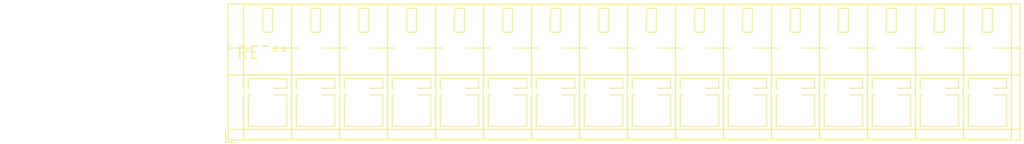
<source format=kicad_pcb>
(kicad_pcb (version 20240108) (generator pcbnew)
  (layers (0 "F.Cu" signal) (31 "B.Cu" signal) (34 "B.Paste" user) (35 "F.Paste" user) (36 "B.SilkS" user "B.Silkscreen") (37 "F.SilkS" user "F.Silkscreen") (38 "B.Mask" user) (39 "F.Mask" user) (44 "Edge.Cuts" user))
  (net 0 "")
  (footprint "TerminalBlock_WAGO_236-416_1x16_P5.00mm_45Degree" (layer "F.Cu") (at 0 0)
    (property "Reference" "REF**")
    (property "Value" "TerminalBlock_WAGO_236-416_1x16_P5.00mm_45Degree")
    (fp_line (start -3.86 8.12) (end -3.86 9.36) (layer "F.SilkS") (stroke (width 0.12)))
    (fp_line (start -3.86 9.36) (end -2.86 9.36) (layer "F.SilkS") (stroke (width 0.12)))
    (fp_line (start -3.62 -5.12) (end -3.62 9.12) (layer "F.SilkS") (stroke (width 0.12)))
    (fp_line (start -3.62 -5.12) (end 78.92 -5.12) (layer "F.SilkS") (stroke (width 0.12)))
    (fp_line (start -3.62 -0.5) (end -1.23 -0.5) (layer "F.SilkS") (stroke (width 0.12)))
    (fp_line (start -3.62 2.3) (end 78.92 2.3) (layer "F.SilkS") (stroke (width 0.12)))
    (fp_line (start -3.62 8) (end 78.92 8) (layer "F.SilkS") (stroke (width 0.12)))
    (fp_line (start -3.62 9.12) (end 78.92 9.12) (layer "F.SilkS") (stroke (width 0.12)))
    (fp_line (start -2 -5) (end -2 9) (layer "F.SilkS") (stroke (width 0.12)))
    (fp_line (start -2 -5) (end 3 -5) (layer "F.SilkS") (stroke (width 0.12)))
    (fp_line (start -2 9) (end 3 9) (layer "F.SilkS") (stroke (width 0.12)))
    (fp_line (start -1.5 2.7) (end -1.5 3.7) (layer "F.SilkS") (stroke (width 0.12)))
    (fp_line (start -1.5 2.7) (end 2.5 2.7) (layer "F.SilkS") (stroke (width 0.12)))
    (fp_line (start -1.5 3.7) (end -1.23 3.7) (layer "F.SilkS") (stroke (width 0.12)))
    (fp_line (start -1.5 4.4) (end -1.5 7.7) (layer "F.SilkS") (stroke (width 0.12)))
    (fp_line (start -1.5 4.4) (end -1.23 4.4) (layer "F.SilkS") (stroke (width 0.12)))
    (fp_line (start -1.5 7.7) (end 2.5 7.7) (layer "F.SilkS") (stroke (width 0.12)))
    (fp_line (start 0 -4.65) (end 0 -2.151) (layer "F.SilkS") (stroke (width 0.12)))
    (fp_line (start 0 -4.65) (end 1 -4.65) (layer "F.SilkS") (stroke (width 0.12)))
    (fp_line (start 0 -2.151) (end 1 -2.151) (layer "F.SilkS") (stroke (width 0.12)))
    (fp_line (start 1 -4.65) (end 1 -2.151) (layer "F.SilkS") (stroke (width 0.12)))
    (fp_line (start 1.23 -0.5) (end 3.77 -0.5) (layer "F.SilkS") (stroke (width 0.12)))
    (fp_line (start 1.23 3.7) (end 2.5 3.7) (layer "F.SilkS") (stroke (width 0.12)))
    (fp_line (start 1.23 4.4) (end 2.5 4.4) (layer "F.SilkS") (stroke (width 0.12)))
    (fp_line (start 2.5 2.7) (end 2.5 3.7) (layer "F.SilkS") (stroke (width 0.12)))
    (fp_line (start 2.5 4.4) (end 2.5 7.7) (layer "F.SilkS") (stroke (width 0.12)))
    (fp_line (start 3 -5) (end 3 9) (layer "F.SilkS") (stroke (width 0.12)))
    (fp_line (start 3 -5) (end 3 9) (layer "F.SilkS") (stroke (width 0.12)))
    (fp_line (start 3 -5) (end 8 -5) (layer "F.SilkS") (stroke (width 0.12)))
    (fp_line (start 3 9) (end 8 9) (layer "F.SilkS") (stroke (width 0.12)))
    (fp_line (start 3.5 2.7) (end 3.5 3.7) (layer "F.SilkS") (stroke (width 0.12)))
    (fp_line (start 3.5 2.7) (end 7.5 2.7) (layer "F.SilkS") (stroke (width 0.12)))
    (fp_line (start 3.5 3.7) (end 3.77 3.7) (layer "F.SilkS") (stroke (width 0.12)))
    (fp_line (start 3.5 4.4) (end 3.5 7.7) (layer "F.SilkS") (stroke (width 0.12)))
    (fp_line (start 3.5 4.4) (end 3.77 4.4) (layer "F.SilkS") (stroke (width 0.12)))
    (fp_line (start 3.5 7.7) (end 7.5 7.7) (layer "F.SilkS") (stroke (width 0.12)))
    (fp_line (start 5 -4.65) (end 5 -2.151) (layer "F.SilkS") (stroke (width 0.12)))
    (fp_line (start 5 -4.65) (end 6 -4.65) (layer "F.SilkS") (stroke (width 0.12)))
    (fp_line (start 5 -2.151) (end 6 -2.151) (layer "F.SilkS") (stroke (width 0.12)))
    (fp_line (start 6 -4.65) (end 6 -2.151) (layer "F.SilkS") (stroke (width 0.12)))
    (fp_line (start 6.23 -0.5) (end 8.77 -0.5) (layer "F.SilkS") (stroke (width 0.12)))
    (fp_line (start 6.23 3.7) (end 7.5 3.7) (layer "F.SilkS") (stroke (width 0.12)))
    (fp_line (start 6.23 4.4) (end 7.5 4.4) (layer "F.SilkS") (stroke (width 0.12)))
    (fp_line (start 7.5 2.7) (end 7.5 3.7) (layer "F.SilkS") (stroke (width 0.12)))
    (fp_line (start 7.5 4.4) (end 7.5 7.7) (layer "F.SilkS") (stroke (width 0.12)))
    (fp_line (start 8 -5) (end 8 9) (layer "F.SilkS") (stroke (width 0.12)))
    (fp_line (start 8 -5) (end 8 9) (layer "F.SilkS") (stroke (width 0.12)))
    (fp_line (start 8 -5) (end 13 -5) (layer "F.SilkS") (stroke (width 0.12)))
    (fp_line (start 8 9) (end 13 9) (layer "F.SilkS") (stroke (width 0.12)))
    (fp_line (start 8.5 2.7) (end 8.5 3.7) (layer "F.SilkS") (stroke (width 0.12)))
    (fp_line (start 8.5 2.7) (end 12.5 2.7) (layer "F.SilkS") (stroke (width 0.12)))
    (fp_line (start 8.5 3.7) (end 8.77 3.7) (layer "F.SilkS") (stroke (width 0.12)))
    (fp_line (start 8.5 4.4) (end 8.5 7.7) (layer "F.SilkS") (stroke (width 0.12)))
    (fp_line (start 8.5 4.4) (end 8.77 4.4) (layer "F.SilkS") (stroke (width 0.12)))
    (fp_line (start 8.5 7.7) (end 12.5 7.7) (layer "F.SilkS") (stroke (width 0.12)))
    (fp_line (start 10 -4.65) (end 10 -2.151) (layer "F.SilkS") (stroke (width 0.12)))
    (fp_line (start 10 -4.65) (end 11 -4.65) (layer "F.SilkS") (stroke (width 0.12)))
    (fp_line (start 10 -2.151) (end 11 -2.151) (layer "F.SilkS") (stroke (width 0.12)))
    (fp_line (start 11 -4.65) (end 11 -2.151) (layer "F.SilkS") (stroke (width 0.12)))
    (fp_line (start 11.23 -0.5) (end 13.77 -0.5) (layer "F.SilkS") (stroke (width 0.12)))
    (fp_line (start 11.23 3.7) (end 12.5 3.7) (layer "F.SilkS") (stroke (width 0.12)))
    (fp_line (start 11.23 4.4) (end 12.5 4.4) (layer "F.SilkS") (stroke (width 0.12)))
    (fp_line (start 12.5 2.7) (end 12.5 3.7) (layer "F.SilkS") (stroke (width 0.12)))
    (fp_line (start 12.5 4.4) (end 12.5 7.7) (layer "F.SilkS") (stroke (width 0.12)))
    (fp_line (start 13 -5) (end 13 9) (layer "F.SilkS") (stroke (width 0.12)))
    (fp_line (start 13 -5) (end 13 9) (layer "F.SilkS") (stroke (width 0.12)))
    (fp_line (start 13 -5) (end 18 -5) (layer "F.SilkS") (stroke (width 0.12)))
    (fp_line (start 13 9) (end 18 9) (layer "F.SilkS") (stroke (width 0.12)))
    (fp_line (start 13.5 2.7) (end 13.5 3.7) (layer "F.SilkS") (stroke (width 0.12)))
    (fp_line (start 13.5 2.7) (end 17.5 2.7) (layer "F.SilkS") (stroke (width 0.12)))
    (fp_line (start 13.5 3.7) (end 13.77 3.7) (layer "F.SilkS") (stroke (width 0.12)))
    (fp_line (start 13.5 4.4) (end 13.5 7.7) (layer "F.SilkS") (stroke (width 0.12)))
    (fp_line (start 13.5 4.4) (end 13.77 4.4) (layer "F.SilkS") (stroke (width 0.12)))
    (fp_line (start 13.5 7.7) (end 17.5 7.7) (layer "F.SilkS") (stroke (width 0.12)))
    (fp_line (start 15 -4.65) (end 15 -2.151) (layer "F.SilkS") (stroke (width 0.12)))
    (fp_line (start 15 -4.65) (end 16 -4.65) (layer "F.SilkS") (stroke (width 0.12)))
    (fp_line (start 15 -2.151) (end 16 -2.151) (layer "F.SilkS") (stroke (width 0.12)))
    (fp_line (start 16 -4.65) (end 16 -2.151) (layer "F.SilkS") (stroke (width 0.12)))
    (fp_line (start 16.23 -0.5) (end 18.77 -0.5) (layer "F.SilkS") (stroke (width 0.12)))
    (fp_line (start 16.23 3.7) (end 17.5 3.7) (layer "F.SilkS") (stroke (width 0.12)))
    (fp_line (start 16.23 4.4) (end 17.5 4.4) (layer "F.SilkS") (stroke (width 0.12)))
    (fp_line (start 17.5 2.7) (end 17.5 3.7) (layer "F.SilkS") (stroke (width 0.12)))
    (fp_line (start 17.5 4.4) (end 17.5 7.7) (layer "F.SilkS") (stroke (width 0.12)))
    (fp_line (start 18 -5) (end 18 9) (layer "F.SilkS") (stroke (width 0.12)))
    (fp_line (start 18 -5) (end 18 9) (layer "F.SilkS") (stroke (width 0.12)))
    (fp_line (start 18 -5) (end 23 -5) (layer "F.SilkS") (stroke (width 0.12)))
    (fp_line (start 18 9) (end 23 9) (layer "F.SilkS") (stroke (width 0.12)))
    (fp_line (start 18.5 2.7) (end 18.5 3.7) (layer "F.SilkS") (stroke (width 0.12)))
    (fp_line (start 18.5 2.7) (end 22.5 2.7) (layer "F.SilkS") (stroke (width 0.12)))
    (fp_line (start 18.5 3.7) (end 18.77 3.7) (layer "F.SilkS") (stroke (width 0.12)))
    (fp_line (start 18.5 4.4) (end 18.5 7.7) (layer "F.SilkS") (stroke (width 0.12)))
    (fp_line (start 18.5 4.4) (end 18.77 4.4) (layer "F.SilkS") (stroke (width 0.12)))
    (fp_line (start 18.5 7.7) (end 22.5 7.7) (layer "F.SilkS") (stroke (width 0.12)))
    (fp_line (start 20 -4.65) (end 20 -2.151) (layer "F.SilkS") (stroke (width 0.12)))
    (fp_line (start 20 -4.65) (end 21 -4.65) (layer "F.SilkS") (stroke (width 0.12)))
    (fp_line (start 20 -2.151) (end 21 -2.151) (layer "F.SilkS") (stroke (width 0.12)))
    (fp_line (start 21 -4.65) (end 21 -2.151) (layer "F.SilkS") (stroke (width 0.12)))
    (fp_line (start 21.23 -0.5) (end 23.77 -0.5) (layer "F.SilkS") (stroke (width 0.12)))
    (fp_line (start 21.23 3.7) (end 22.5 3.7) (layer "F.SilkS") (stroke (width 0.12)))
    (fp_line (start 21.23 4.4) (end 22.5 4.4) (layer "F.SilkS") (stroke (width 0.12)))
    (fp_line (start 22.5 2.7) (end 22.5 3.7) (layer "F.SilkS") (stroke (width 0.12)))
    (fp_line (start 22.5 4.4) (end 22.5 7.7) (layer "F.SilkS") (stroke (width 0.12)))
    (fp_line (start 23 -5) (end 23 9) (layer "F.SilkS") (stroke (width 0.12)))
    (fp_line (start 23 -5) (end 23 9) (layer "F.SilkS") (stroke (width 0.12)))
    (fp_line (start 23 -5) (end 28 -5) (layer "F.SilkS") (stroke (width 0.12)))
    (fp_line (start 23 9) (end 28 9) (layer "F.SilkS") (stroke (width 0.12)))
    (fp_line (start 23.5 2.7) (end 23.5 3.7) (layer "F.SilkS") (stroke (width 0.12)))
    (fp_line (start 23.5 2.7) (end 27.5 2.7) (layer "F.SilkS") (stroke (width 0.12)))
    (fp_line (start 23.5 3.7) (end 23.77 3.7) (layer "F.SilkS") (stroke (width 0.12)))
    (fp_line (start 23.5 4.4) (end 23.5 7.7) (layer "F.SilkS") (stroke (width 0.12)))
    (fp_line (start 23.5 4.4) (end 23.77 4.4) (layer "F.SilkS") (stroke (width 0.12)))
    (fp_line (start 23.5 7.7) (end 27.5 7.7) (layer "F.SilkS") (stroke (width 0.12)))
    (fp_line (start 25 -4.65) (end 25 -2.151) (layer "F.SilkS") (stroke (width 0.12)))
    (fp_line (start 25 -4.65) (end 26 -4.65) (layer "F.SilkS") (stroke (width 0.12)))
    (fp_line (start 25 -2.151) (end 26 -2.151) (layer "F.SilkS") (stroke (width 0.12)))
    (fp_line (start 26 -4.65) (end 26 -2.151) (layer "F.SilkS") (stroke (width 0.12)))
    (fp_line (start 26.23 -0.5) (end 28.77 -0.5) (layer "F.SilkS") (stroke (width 0.12)))
    (fp_line (start 26.23 3.7) (end 27.5 3.7) (layer "F.SilkS") (stroke (width 0.12)))
    (fp_line (start 26.23 4.4) (end 27.5 4.4) (layer "F.SilkS") (stroke (width 0.12)))
    (fp_line (start 27.5 2.7) (end 27.5 3.7) (layer "F.SilkS") (stroke (width 0.12)))
    (fp_line (start 27.5 4.4) (end 27.5 7.7) (layer "F.SilkS") (stroke (width 0.12)))
    (fp_line (start 28 -5) (end 28 9) (layer "F.SilkS") (stroke (width 0.12)))
    (fp_line (start 28 -5) (end 28 9) (layer "F.SilkS") (stroke (width 0.12)))
    (fp_line (start 28 -5) (end 33 -5) (layer "F.SilkS") (stroke (width 0.12)))
    (fp_line (start 28 9) (end 33 9) (layer "F.SilkS") (stroke (width 0.12)))
    (fp_line (start 28.5 2.7) (end 28.5 3.7) (layer "F.SilkS") (stroke (width 0.12)))
    (fp_line (start 28.5 2.7) (end 32.5 2.7) (layer "F.SilkS") (stroke (width 0.12)))
    (fp_line (start 28.5 3.7) (end 28.77 3.7) (layer "F.SilkS") (stroke (width 0.12)))
    (fp_line (start 28.5 4.4) (end 28.5 7.7) (layer "F.SilkS") (stroke (width 0.12)))
    (fp_line (start 28.5 4.4) (end 28.77 4.4) (layer "F.SilkS") (stroke (width 0.12)))
    (fp_line (start 28.5 7.7) (end 32.5 7.7) (layer "F.SilkS") (stroke (width 0.12)))
    (fp_line (start 30 -4.65) (end 30 -2.151) (layer "F.SilkS") (stroke (width 0.12)))
    (fp_line (start 30 -4.65) (end 31 -4.65) (layer "F.SilkS") (stroke (width 0.12)))
    (fp_line (start 30 -2.151) (end 31 -2.151) (layer "F.SilkS") (stroke (width 0.12)))
    (fp_line (start 31 -4.65) (end 31 -2.151) (layer "F.SilkS") (stroke (width 0.12)))
    (fp_line (start 31.23 -0.5) (end 33.77 -0.5) (layer "F.SilkS") (stroke (width 0.12)))
    (fp_line (start 31.23 3.7) (end 32.5 3.7) (layer "F.SilkS") (stroke (width 0.12)))
    (fp_line (start 31.23 4.4) (end 32.5 4.4) (layer "F.SilkS") (stroke (width 0.12)))
    (fp_line (start 32.5 2.7) (end 32.5 3.7) (layer "F.SilkS") (stroke (width 0.12)))
    (fp_line (start 32.5 4.4) (end 32.5 7.7) (layer "F.SilkS") (stroke (width 0.12)))
    (fp_line (start 33 -5) (end 33 9) (layer "F.SilkS") (stroke (width 0.12)))
    (fp_line (start 33 -5) (end 33 9) (layer "F.SilkS") (stroke (width 0.12)))
    (fp_line (start 33 -5) (end 38 -5) (layer "F.SilkS") (stroke (width 0.12)))
    (fp_line (start 33 9) (end 38 9) (layer "F.SilkS") (stroke (width 0.12)))
    (fp_line (start 33.5 2.7) (end 33.5 3.7) (layer "F.SilkS") (stroke (width 0.12)))
    (fp_line (start 33.5 2.7) (end 37.5 2.7) (layer "F.SilkS") (stroke (width 0.12)))
    (fp_line (start 33.5 3.7) (end 33.77 3.7) (layer "F.SilkS") (stroke (width 0.12)))
    (fp_line (start 33.5 4.4) (end 33.5 7.7) (layer "F.SilkS") (stroke (width 0.12)))
    (fp_line (start 33.5 4.4) (end 33.77 4.4) (layer "F.SilkS") (stroke (width 0.12)))
    (fp_line (start 33.5 7.7) (end 37.5 7.7) (layer "F.SilkS") (stroke (width 0.12)))
    (fp_line (start 35 -4.65) (end 35 -2.151) (layer "F.SilkS") (stroke (width 0.12)))
    (fp_line (start 35 -4.65) (end 36 -4.65) (layer "F.SilkS") (stroke (width 0.12)))
    (fp_line (start 35 -2.151) (end 36 -2.151) (layer "F.SilkS") (stroke (width 0.12)))
    (fp_line (start 36 -4.65) (end 36 -2.151) (layer "F.SilkS") (stroke (width 0.12)))
    (fp_line (start 36.23 -0.5) (end 38.77 -0.5) (layer "F.SilkS") (stroke (width 0.12)))
    (fp_line (start 36.23 3.7) (end 37.5 3.7) (layer "F.SilkS") (stroke (width 0.12)))
    (fp_line (start 36.23 4.4) (end 37.5 4.4) (layer "F.SilkS") (stroke (width 0.12)))
    (fp_line (start 37.5 2.7) (end 37.5 3.7) (layer "F.SilkS") (stroke (width 0.12)))
    (fp_line (start 37.5 4.4) (end 37.5 7.7) (layer "F.SilkS") (stroke (width 0.12)))
    (fp_line (start 38 -5) (end 38 9) (layer "F.SilkS") (stroke (width 0.12)))
    (fp_line (start 38 -5) (end 38 9) (layer "F.SilkS") (stroke (width 0.12)))
    (fp_line (start 38 -5) (end 43 -5) (layer "F.SilkS") (stroke (width 0.12)))
    (fp_line (start 38 9) (end 43 9) (layer "F.SilkS") (stroke (width 0.12)))
    (fp_line (start 38.5 2.7) (end 38.5 3.7) (layer "F.SilkS") (stroke (width 0.12)))
    (fp_line (start 38.5 2.7) (end 42.5 2.7) (layer "F.SilkS") (stroke (width 0.12)))
    (fp_line (start 38.5 3.7) (end 38.77 3.7) (layer "F.SilkS") (stroke (width 0.12)))
    (fp_line (start 38.5 4.4) (end 38.5 7.7) (layer "F.SilkS") (stroke (width 0.12)))
    (fp_line (start 38.5 4.4) (end 38.77 4.4) (layer "F.SilkS") (stroke (width 0.12)))
    (fp_line (start 38.5 7.7) (end 42.5 7.7) (layer "F.SilkS") (stroke (width 0.12)))
    (fp_line (start 40 -4.65) (end 40 -2.151) (layer "F.SilkS") (stroke (width 0.12)))
    (fp_line (start 40 -4.65) (end 41 -4.65) (layer "F.SilkS") (stroke (width 0.12)))
    (fp_line (start 40 -2.151) (end 41 -2.151) (layer "F.SilkS") (stroke (width 0.12)))
    (fp_line (start 41 -4.65) (end 41 -2.151) (layer "F.SilkS") (stroke (width 0.12)))
    (fp_line (start 41.23 -0.5) (end 43.77 -0.5) (layer "F.SilkS") (stroke (width 0.12)))
    (fp_line (start 41.23 3.7) (end 42.5 3.7) (layer "F.SilkS") (stroke (width 0.12)))
    (fp_line (start 41.23 4.4) (end 42.5 4.4) (layer "F.SilkS") (stroke (width 0.12)))
    (fp_line (start 42.5 2.7) (end 42.5 3.7) (layer "F.SilkS") (stroke (width 0.12)))
    (fp_line (start 42.5 4.4) (end 42.5 7.7) (layer "F.SilkS") (stroke (width 0.12)))
    (fp_line (start 43 -5) (end 43 9) (layer "F.SilkS") (stroke (width 0.12)))
    (fp_line (start 43 -5) (end 43 9) (layer "F.SilkS") (stroke (width 0.12)))
    (fp_line (start 43 -5) (end 48 -5) (layer "F.SilkS") (stroke (width 0.12)))
    (fp_line (start 43 9) (end 48 9) (layer "F.SilkS") (stroke (width 0.12)))
    (fp_line (start 43.5 2.7) (end 43.5 3.7) (layer "F.SilkS") (stroke (width 0.12)))
    (fp_line (start 43.5 2.7) (end 47.5 2.7) (layer "F.SilkS") (stroke (width 0.12)))
    (fp_line (start 43.5 3.7) (end 43.77 3.7) (layer "F.SilkS") (stroke (width 0.12)))
    (fp_line (start 43.5 4.4) (end 43.5 7.7) (layer "F.SilkS") (stroke (width 0.12)))
    (fp_line (start 43.5 4.4) (end 43.77 4.4) (layer "F.SilkS") (stroke (width 0.12)))
    (fp_line (start 43.5 7.7) (end 47.5 7.7) (layer "F.SilkS") (stroke (width 0.12)))
    (fp_line (start 45 -4.65) (end 45 -2.151) (layer "F.SilkS") (stroke (width 0.12)))
    (fp_line (start 45 -4.65) (end 46 -4.65) (layer "F.SilkS") (stroke (width 0.12)))
    (fp_line (start 45 -2.151) (end 46 -2.151) (layer "F.SilkS") (stroke (width 0.12)))
    (fp_line (start 46 -4.65) (end 46 -2.151) (layer "F.SilkS") (stroke (width 0.12)))
    (fp_line (start 46.23 -0.5) (end 48.77 -0.5) (layer "F.SilkS") (stroke (width 0.12)))
    (fp_line (start 46.23 3.7) (end 47.5 3.7) (layer "F.SilkS") (stroke (width 0.12)))
    (fp_line (start 46.23 4.4) (end 47.5 4.4) (layer "F.SilkS") (stroke (width 0.12)))
    (fp_line (start 47.5 2.7) (end 47.5 3.7) (layer "F.SilkS") (stroke (width 0.12)))
    (fp_line (start 47.5 4.4) (end 47.5 7.7) (layer "F.SilkS") (stroke (width 0.12)))
    (fp_line (start 48 -5) (end 48 9) (layer "F.SilkS") (stroke (width 0.12)))
    (fp_line (start 48 -5) (end 48 9) (layer "F.SilkS") (stroke (width 0.12)))
    (fp_line (start 48 -5) (end 53 -5) (layer "F.SilkS") (stroke (width 0.12)))
    (fp_line (start 48 9) (end 53 9) (layer "F.SilkS") (stroke (width 0.12)))
    (fp_line (start 48.5 2.7) (end 48.5 3.7) (layer "F.SilkS") (stroke (width 0.12)))
    (fp_line (start 48.5 2.7) (end 52.5 2.7) (layer "F.SilkS") (stroke (width 0.12)))
    (fp_line (start 48.5 3.7) (end 48.77 3.7) (layer "F.SilkS") (stroke (width 0.12)))
    (fp_line (start 48.5 4.4) (end 48.5 7.7) (layer "F.SilkS") (stroke (width 0.12)))
    (fp_line (start 48.5 4.4) (end 48.77 4.4) (layer "F.SilkS") (stroke (width 0.12)))
    (fp_line (start 48.5 7.7) (end 52.5 7.7) (layer "F.SilkS") (stroke (width 0.12)))
    (fp_line (start 50 -4.65) (end 50 -2.151) (layer "F.SilkS") (stroke (width 0.12)))
    (fp_line (start 50 -4.65) (end 51 -4.65) (layer "F.SilkS") (stroke (width 0.12)))
    (fp_line (start 50 -2.151) (end 51 -2.151) (layer "F.SilkS") (stroke (width 0.12)))
    (fp_line (start 51 -4.65) (end 51 -2.151) (layer "F.SilkS") (stroke (width 0.12)))
    (fp_line (start 51.23 -0.5) (end 53.77 -0.5) (layer "F.SilkS") (stroke (width 0.12)))
    (fp_line (start 51.23 3.7) (end 52.5 3.7) (layer "F.SilkS") (stroke (width 0.12)))
    (fp_line (start 51.23 4.4) (end 52.5 4.4) (layer "F.SilkS") (stroke (width 0.12)))
    (fp_line (start 52.5 2.7) (end 52.5 3.7) (layer "F.SilkS") (stroke (width 0.12)))
    (fp_line (start 52.5 4.4) (end 52.5 7.7) (layer "F.SilkS") (stroke (width 0.12)))
    (fp_line (start 53 -5) (end 53 9) (layer "F.SilkS") (stroke (width 0.12)))
    (fp_line (start 53 -5) (end 53 9) (layer "F.SilkS") (stroke (width 0.12)))
    (fp_line (start 53 -5) (end 58 -5) (layer "F.SilkS") (stroke (width 0.12)))
    (fp_line (start 53 9) (end 58 9) (layer "F.SilkS") (stroke (width 0.12)))
    (fp_line (start 53.5 2.7) (end 53.5 3.7) (layer "F.SilkS") (stroke (width 0.12)))
    (fp_line (start 53.5 2.7) (end 57.5 2.7) (layer "F.SilkS") (stroke (width 0.12)))
    (fp_line (start 53.5 3.7) (end 53.77 3.7) (layer "F.SilkS") (stroke (width 0.12)))
    (fp_line (start 53.5 4.4) (end 53.5 7.7) (layer "F.SilkS") (stroke (width 0.12)))
    (fp_line (start 53.5 4.4) (end 53.77 4.4) (layer "F.SilkS") (stroke (width 0.12)))
    (fp_line (start 53.5 7.7) (end 57.5 7.7) (layer "F.SilkS") (stroke (width 0.12)))
    (fp_line (start 55 -4.65) (end 55 -2.151) (layer "F.SilkS") (stroke (width 0.12)))
    (fp_line (start 55 -4.65) (end 56 -4.65) (layer "F.SilkS") (stroke (width 0.12)))
    (fp_line (start 55 -2.151) (end 56 -2.151) (layer "F.SilkS") (stroke (width 0.12)))
    (fp_line (start 56 -4.65) (end 56 -2.151) (layer "F.SilkS") (stroke (width 0.12)))
    (fp_line (start 56.23 -0.5) (end 58.77 -0.5) (layer "F.SilkS") (stroke (width 0.12)))
    (fp_line (start 56.23 3.7) (end 57.5 3.7) (layer "F.SilkS") (stroke (width 0.12)))
    (fp_line (start 56.23 4.4) (end 57.5 4.4) (layer "F.SilkS") (stroke (width 0.12)))
    (fp_line (start 57.5 2.7) (end 57.5 3.7) (layer "F.SilkS") (stroke (width 0.12)))
    (fp_line (start 57.5 4.4) (end 57.5 7.7) (layer "F.SilkS") (stroke (width 0.12)))
    (fp_line (start 58 -5) (end 58 9) (layer "F.SilkS") (stroke (width 0.12)))
    (fp_line (start 58 -5) (end 58 9) (layer "F.SilkS") (stroke (width 0.12)))
    (fp_line (start 58 -5) (end 63 -5) (layer "F.SilkS") (stroke (width 0.12)))
    (fp_line (start 58 9) (end 63 9) (layer "F.SilkS") (stroke (width 0.12)))
    (fp_line (start 58.5 2.7) (end 58.5 3.7) (layer "F.SilkS") (stroke (width 0.12)))
    (fp_line (start 58.5 2.7) (end 62.5 2.7) (layer "F.SilkS") (stroke (width 0.12)))
    (fp_line (start 58.5 3.7) (end 58.77 3.7) (layer "F.SilkS") (stroke (width 0.12)))
    (fp_line (start 58.5 4.4) (end 58.5 7.7) (layer "F.SilkS") (stroke (width 0.12)))
    (fp_line (start 58.5 4.4) (end 58.77 4.4) (layer "F.SilkS") (stroke (width 0.12)))
    (fp_line (start 58.5 7.7) (end 62.5 7.7) (layer "F.SilkS") (stroke (width 0.12)))
    (fp_line (start 60 -4.65) (end 60 -2.151) (layer "F.SilkS") (stroke (width 0.12)))
    (fp_line (start 60 -4.65) (end 61 -4.65) (layer "F.SilkS") (stroke (width 0.12)))
    (fp_line (start 60 -2.151) (end 61 -2.151) (layer "F.SilkS") (stroke (width 0.12)))
    (fp_line (start 61 -4.65) (end 61 -2.151) (layer "F.SilkS") (stroke (width 0.12)))
    (fp_line (start 61.23 -0.5) (end 63.77 -0.5) (layer "F.SilkS") (stroke (width 0.12)))
    (fp_line (start 61.23 3.7) (end 62.5 3.7) (layer "F.SilkS") (stroke (width 0.12)))
    (fp_line (start 61.23 4.4) (end 62.5 4.4) (layer "F.SilkS") (stroke (width 0.12)))
    (fp_line (start 62.5 2.7) (end 62.5 3.7) (layer "F.SilkS") (stroke (width 0.12)))
    (fp_line (start 62.5 4.4) (end 62.5 7.7) (layer "F.SilkS") (stroke (width 0.12)))
    (fp_line (start 63 -5) (end 63 9) (layer "F.SilkS") (stroke (width 0.12)))
    (fp_line (start 63 -5) (end 63 9) (layer "F.SilkS") (stroke (width 0.12)))
    (fp_line (start 63 -5) (end 68 -5) (layer "F.SilkS") (stroke (width 0.12)))
    (fp_line (start 63 9) (end 68 9) (layer "F.SilkS") (stroke (width 0.12)))
    (fp_line (start 63.5 2.7) (end 63.5 3.7) (layer "F.SilkS") (stroke (width 0.12)))
    (fp_line (start 63.5 2.7) (end 67.5 2.7) (layer "F.SilkS") (stroke (width 0.12)))
    (fp_line (start 63.5 3.7) (end 63.77 3.7) (layer "F.SilkS") (stroke (width 0.12)))
    (fp_line (start 63.5 4.4) (end 63.5 7.7) (layer "F.SilkS") (stroke (width 0.12)))
    (fp_line (start 63.5 4.4) (end 63.77 4.4) (layer "F.SilkS") (stroke (width 0.12)))
    (fp_line (start 63.5 7.7) (end 67.5 7.7) (layer "F.SilkS") (stroke (width 0.12)))
    (fp_line (start 65 -4.65) (end 65 -2.151) (layer "F.SilkS") (stroke (width 0.12)))
    (fp_line (start 65 -4.65) (end 66 -4.65) (layer "F.SilkS") (stroke (width 0.12)))
    (fp_line (start 65 -2.151) (end 66 -2.151) (layer "F.SilkS") (stroke (width 0.12)))
    (fp_line (start 66 -4.65) (end 66 -2.151) (layer "F.SilkS") (stroke (width 0.12)))
    (fp_line (start 66.23 -0.5) (end 68.77 -0.5) (layer "F.SilkS") (stroke (width 0.12)))
    (fp_line (start 66.23 3.7) (end 67.5 3.7) (layer "F.SilkS") (stroke (width 0.12)))
    (fp_line (start 66.23 4.4) (end 67.5 4.4) (layer "F.SilkS") (stroke (width 0.12)))
    (fp_line (start 67.5 2.7) (end 67.5 3.7) (layer "F.SilkS") (stroke (width 0.12)))
    (fp_line (start 67.5 4.4) (end 67.5 7.7) (layer "F.SilkS") (stroke (width 0.12)))
    (fp_line (start 68 -5) (end 68 9) (layer "F.SilkS") (stroke (width 0.12)))
    (fp_line (start 68 -5) (end 68 9) (layer "F.SilkS") (stroke (width 0.12)))
    (fp_line (start 68 -5) (end 73 -5) (layer "F.SilkS") (stroke (width 0.12)))
    (fp_line (start 68 9) (end 73 9) (layer "F.SilkS") (stroke (width 0.12)))
    (fp_line (start 68.5 2.7) (end 68.5 3.7) (layer "F.SilkS") (stroke (width 0.12)))
    (fp_line (start 68.5 2.7) (end 72.5 2.7) (layer "F.SilkS") (stroke (width 0.12)))
    (fp_line (start 68.5 3.7) (end 68.77 3.7) (layer "F.SilkS") (stroke (width 0.12)))
    (fp_line (start 68.5 4.4) (end 68.5 7.7) (layer "F.SilkS") (stroke (width 0.12)))
    (fp_line (start 68.5 4.4) (end 68.77 4.4) (layer "F.SilkS") (stroke (width 0.12)))
    (fp_line (start 68.5 7.7) (end 72.5 7.7) (layer "F.SilkS") (stroke (width 0.12)))
    (fp_line (start 70 -4.65) (end 70 -2.151) (layer "F.SilkS") (stroke (width 0.12)))
    (fp_line (start 70 -4.65) (end 71 -4.65) (layer "F.SilkS") (stroke (width 0.12)))
    (fp_line (start 70 -2.151) (end 71 -2.151) (layer "F.SilkS") (stroke (width 0.12)))
    (fp_line (start 71 -4.65) (end 71 -2.151) (layer "F.SilkS") (stroke (width 0.12)))
    (fp_line (start 71.23 -0.5) (end 73.77 -0.5) (layer "F.SilkS") (stroke (width 0.12)))
    (fp_line (start 71.23 3.7) (end 72.5 3.7) (layer "F.SilkS") (stroke (width 0.12)))
    (fp_line (start 71.23 4.4) (end 72.5 4.4) (layer "F.SilkS") (stroke (width 0.12)))
    (fp_line (start 72.5 2.7) (end 72.5 3.7) (layer "F.SilkS") (stroke (width 0.12)))
    (fp_line (start 72.5 4.4) (end 72.5 7.7) (layer "F.SilkS") (stroke (width 0.12)))
    (fp_line (start 73 -5) (end 73 9) (layer "F.SilkS") (stroke (width 0.12)))
    (fp_line (start 73 -5) (end 73 9) (layer "F.SilkS") (stroke (width 0.12)))
    (fp_line (start 73 -5) (end 78 -5) (layer "F.SilkS") (stroke (width 0.12)))
    (fp_line (start 73 9) (end 78 9) (layer "F.SilkS") (stroke (width 0.12)))
    (fp_line (start 73.5 2.7) (end 73.5 3.7) (layer "F.SilkS") (stroke (width 0.12)))
    (fp_line (start 73.5 2.7) (end 77.5 2.7) (layer "F.SilkS") (stroke (width 0.12)))
    (fp_line (start 73.5 3.7) (end 73.77 3.7) (layer "F.SilkS") (stroke (width 0.12)))
    (fp_line (start 73.5 4.4) (end 73.5 7.7) (layer "F.SilkS") (stroke (width 0.12)))
    (fp_line (start 73.5 4.4) (end 73.77 4.4) (layer "F.SilkS") (stroke (width 0.12)))
    (fp_line (start 73.5 7.7) (end 77.5 7.7) (layer "F.SilkS") (stroke (width 0.12)))
    (fp_line (start 75 -4.65) (end 75 -2.151) (layer "F.SilkS") (stroke (width 0.12)))
    (fp_line (start 75 -4.65) (end 76 -4.65) (layer "F.SilkS") (stroke (width 0.12)))
    (fp_line (start 75 -2.151) (end 76 -2.151) (layer "F.SilkS") (stroke (width 0.12)))
    (fp_line (start 76 -4.65) (end 76 -2.151) (layer "F.SilkS") (stroke (width 0.12)))
    (fp_line (start 76.23 -0.5) (end 78.92 -0.5) (layer "F.SilkS") (stroke (width 0.12)))
    (fp_line (start 76.23 3.7) (end 77.5 3.7) (layer "F.SilkS") (stroke (width 0.12)))
    (fp_line (start 76.23 4.4) (end 77.5 4.4) (layer "F.SilkS") (stroke (width 0.12)))
    (fp_line (start 77.5 2.7) (end 77.5 3.7) (layer "F.SilkS") (stroke (width 0.12)))
    (fp_line (start 77.5 4.4) (end 77.5 7.7) (layer "F.SilkS") (stroke (width 0.12)))
    (fp_line (start 78 -5) (end 78 9) (layer "F.SilkS") (stroke (width 0.12)))
    (fp_line (start 78.92 -5.12) (end 78.92 9.12) (layer "F.SilkS") (stroke (width 0.12)))
    (pad "1" thru_hole rect (at 0 0) (size 1.5 3) (drill 1.15) (layers *.Cu *.Mask) (remove_unused_layers))
    (pad "1" thru_hole rect (at 0 5) (size 1.5 3) (drill 1.15) (layers *.Cu *.Mask) (remove_unused_layers))
    (pad "2" thru_hole oval (at 5 0) (size 1.5 3) (drill 1.15) (layers *.Cu *.Mask) (remove_unused_layers))
    (pad "2" thru_hole oval (at 5 5) (size 1.5 3) (drill 1.15) (layers *.Cu *.Mask) (remove_unused_layers))
    (pad "3" thru_hole oval (at 10 0) (size 1.5 3) (drill 1.15) (layers *.Cu *.Mask) (remove_unused_layers))
    (pad "3" thru_hole oval (at 10 5) (size 1.5 3) (drill 1.15) (layers *.Cu *.Mask) (remove_unused_layers))
    (pad "4" thru_hole oval (at 15 0) (size 1.5 3) (drill 1.15) (layers *.Cu *.Mask) (remove_unused_layers))
    (pad "4" thru_hole oval (at 15 5) (size 1.5 3) (drill 1.15) (layers *.Cu *.Mask) (remove_unused_layers))
    (pad "5" thru_hole oval (at 20 0) (size 1.5 3) (drill 1.15) (layers *.Cu *.Mask) (remove_unused_layers))
    (pad "5" thru_hole oval (at 20 5) (size 1.5 3) (drill 1.15) (layers *.Cu *.Mask) (remove_unused_layers))
    (pad "6" thru_hole oval (at 25 0) (size 1.5 3) (drill 1.15) (layers *.Cu *.Mask) (remove_unused_layers))
    (pad "6" thru_hole oval (at 25 5) (size 1.5 3) (drill 1.15) (layers *.Cu *.Mask) (remove_unused_layers))
    (pad "7" thru_hole oval (at 30 0) (size 1.5 3) (drill 1.15) (layers *.Cu *.Mask) (remove_unused_layers))
    (pad "7" thru_hole oval (at 30 5) (size 1.5 3) (drill 1.15) (layers *.Cu *.Mask) (remove_unused_layers))
    (pad "8" thru_hole oval (at 35 0) (size 1.5 3) (drill 1.15) (layers *.Cu *.Mask) (remove_unused_layers))
    (pad "8" thru_hole oval (at 35 5) (size 1.5 3) (drill 1.15) (layers *.Cu *.Mask) (remove_unused_layers))
    (pad "9" thru_hole oval (at 40 0) (size 1.5 3) (drill 1.15) (layers *.Cu *.Mask) (remove_unused_layers))
    (pad "9" thru_hole oval (at 40 5) (size 1.5 3) (drill 1.15) (layers *.Cu *.Mask) (remove_unused_layers))
    (pad "10" thru_hole oval (at 45 0) (size 1.5 3) (drill 1.15) (layers *.Cu *.Mask) (remove_unused_layers))
    (pad "10" thru_hole oval (at 45 5) (size 1.5 3) (drill 1.15) (layers *.Cu *.Mask) (remove_unused_layers))
    (pad "11" thru_hole oval (at 50 0) (size 1.5 3) (drill 1.15) (layers *.Cu *.Mask) (remove_unused_layers))
    (pad "11" thru_hole oval (at 50 5) (size 1.5 3) (drill 1.15) (layers *.Cu *.Mask) (remove_unused_layers))
    (pad "12" thru_hole oval (at 55 0) (size 1.5 3) (drill 1.15) (layers *.Cu *.Mask) (remove_unused_layers))
    (pad "12" thru_hole oval (at 55 5) (size 1.5 3) (drill 1.15) (layers *.Cu *.Mask) (remove_unused_layers))
    (pad "13" thru_hole oval (at 60 0) (size 1.5 3) (drill 1.15) (layers *.Cu *.Mask) (remove_unused_layers))
    (pad "13" thru_hole oval (at 60 5) (size 1.5 3) (drill 1.15) (layers *.Cu *.Mask) (remove_unused_layers))
    (pad "14" thru_hole oval (at 65 0) (size 1.5 3) (drill 1.15) (layers *.Cu *.Mask) (remove_unused_layers))
    (pad "14" thru_hole oval (at 65 5) (size 1.5 3) (drill 1.15) (layers *.Cu *.Mask) (remove_unused_layers))
    (pad "15" thru_hole oval (at 70 0) (size 1.5 3) (drill 1.15) (layers *.Cu *.Mask) (remove_unused_layers))
    (pad "15" thru_hole oval (at 70 5) (size 1.5 3) (drill 1.15) (layers *.Cu *.Mask) (remove_unused_layers))
    (pad "16" thru_hole oval (at 75 0) (size 1.5 3) (drill 1.15) (layers *.Cu *.Mask) (remove_unused_layers))
    (pad "16" thru_hole oval (at 75 5) (size 1.5 3) (drill 1.15) (layers *.Cu *.Mask) (remove_unused_layers))
  )
)
</source>
